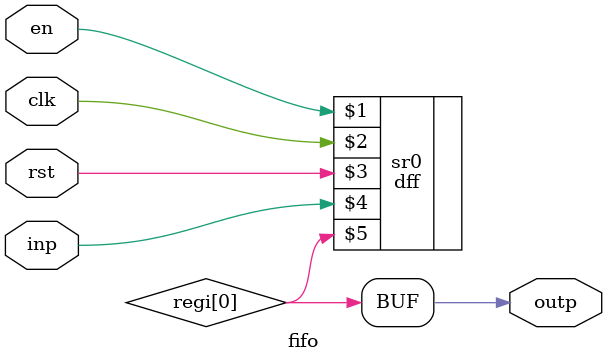
<source format=v>
 

`ifndef LIB_FIFO_V_
`define LIB_FIFO_V_

`timescale 1ns/1ps

`include "dff.v"

module fifo#(
      parameter WIDTH=1,
    parameter DEPTH=1
  ) (
      input wire en,
      input wire clk,
      input wire rst,

      input  wire [WIDTH-1:0] inp,
      output wire [WIDTH-1:0] outp
  );

    wire [WIDTH-1:0] regi[DEPTH-1:0];

    assign outp = regi[DEPTH-1];

    dff#(WIDTH) sr0(en, clk, rst, inp, regi[0]);

    genvar i;
    generate
        for (i = 0; i < DEPTH-1; i=i+1) begin : shift
            dff#(WIDTH) sr(en, clk, rst, regi[i], regi[i+1]);
        end
    endgenerate

endmodule

`endif // LIB_FIFO_V_

</source>
